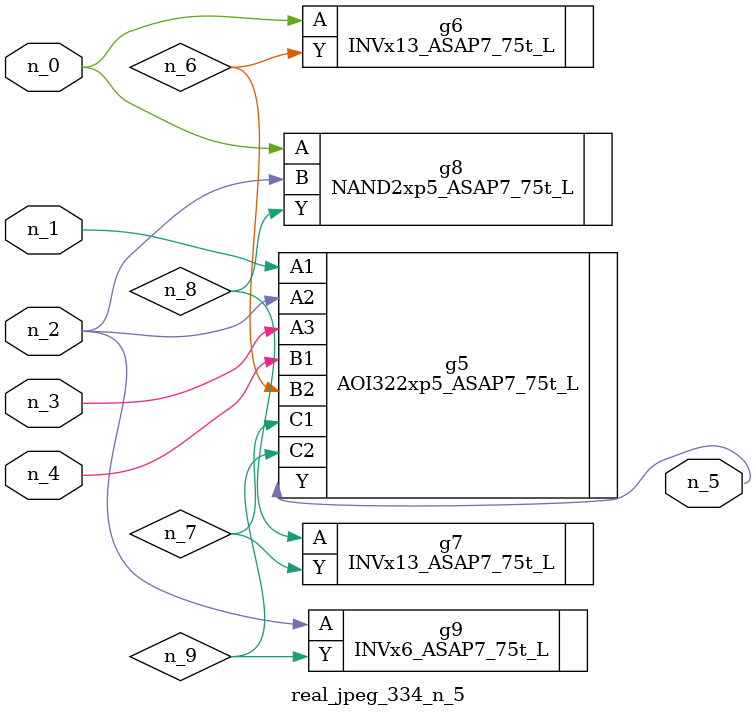
<source format=v>
module real_jpeg_334_n_5 (n_4, n_0, n_1, n_2, n_3, n_5);

input n_4;
input n_0;
input n_1;
input n_2;
input n_3;

output n_5;

wire n_8;
wire n_6;
wire n_7;
wire n_9;

INVx13_ASAP7_75t_L g6 ( 
.A(n_0),
.Y(n_6)
);

NAND2xp5_ASAP7_75t_L g8 ( 
.A(n_0),
.B(n_2),
.Y(n_8)
);

AOI322xp5_ASAP7_75t_L g5 ( 
.A1(n_1),
.A2(n_2),
.A3(n_3),
.B1(n_4),
.B2(n_6),
.C1(n_7),
.C2(n_9),
.Y(n_5)
);

INVx6_ASAP7_75t_L g9 ( 
.A(n_2),
.Y(n_9)
);

INVx13_ASAP7_75t_L g7 ( 
.A(n_8),
.Y(n_7)
);


endmodule
</source>
